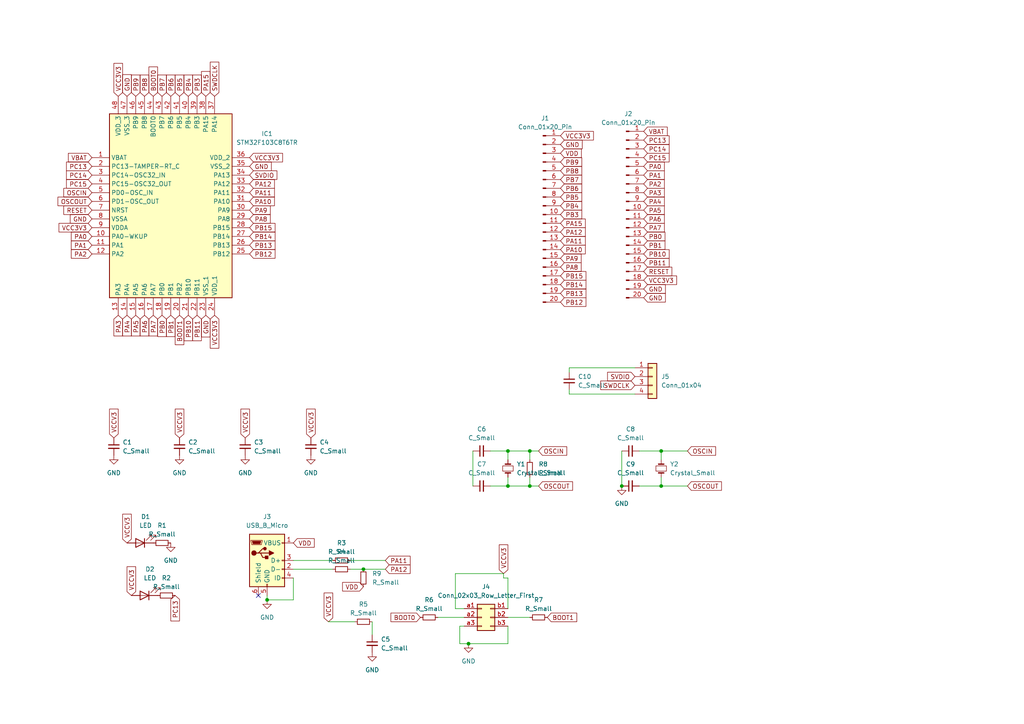
<source format=kicad_sch>
(kicad_sch (version 20230121) (generator eeschema)
  (paper "A4")
  (lib_symbols
    (symbol "Connector:Conn_01x20_Pin" (pin_names (offset 1.016) hide)
      (property "Reference" "J" (at 0 25.4 0))
      (property "Value" "Conn_01x20_Pin" (at 0 -27.94 0))
      (symbol "Conn_01x20_Pin_1_1"
        (polyline (pts (xy 1.27 -25.4) (xy 0.8636 -25.4)) (stroke (width 0.1524)))
        (polyline (pts (xy 1.27 -22.86) (xy 0.8636 -22.86)) (stroke (width 0.1524)))
        (polyline (pts (xy 1.27 -20.32) (xy 0.8636 -20.32)) (stroke (width 0.1524)))
        (polyline (pts (xy 1.27 -17.78) (xy 0.8636 -17.78)) (stroke (width 0.1524)))
        (polyline (pts (xy 1.27 -15.24) (xy 0.8636 -15.24)) (stroke (width 0.1524)))
        (polyline (pts (xy 1.27 -12.7) (xy 0.8636 -12.7)) (stroke (width 0.1524)))
        (polyline (pts (xy 1.27 -10.16) (xy 0.8636 -10.16)) (stroke (width 0.1524)))
        (polyline (pts (xy 1.27 -7.62) (xy 0.8636 -7.62)) (stroke (width 0.1524)))
        (polyline (pts (xy 1.27 -5.08) (xy 0.8636 -5.08)) (stroke (width 0.1524)))
        (polyline (pts (xy 1.27 -2.54) (xy 0.8636 -2.54)) (stroke (width 0.1524)))
        (polyline (pts (xy 1.27 0) (xy 0.8636 0)) (stroke (width 0.1524)))
        (polyline (pts (xy 1.27 2.54) (xy 0.8636 2.54)) (stroke (width 0.1524)))
        (polyline (pts (xy 1.27 5.08) (xy 0.8636 5.08)) (stroke (width 0.1524)))
        (polyline (pts (xy 1.27 7.62) (xy 0.8636 7.62)) (stroke (width 0.1524)))
        (polyline (pts (xy 1.27 10.16) (xy 0.8636 10.16)) (stroke (width 0.1524)))
        (polyline (pts (xy 1.27 12.7) (xy 0.8636 12.7)) (stroke (width 0.1524)))
        (polyline (pts (xy 1.27 15.24) (xy 0.8636 15.24)) (stroke (width 0.1524)))
        (polyline (pts (xy 1.27 17.78) (xy 0.8636 17.78)) (stroke (width 0.1524)))
        (polyline (pts (xy 1.27 20.32) (xy 0.8636 20.32)) (stroke (width 0.1524)))
        (polyline (pts (xy 1.27 22.86) (xy 0.8636 22.86)) (stroke (width 0.1524)))
        (rectangle (start 0.8636 -25.273) (end 0 -25.527) (stroke (width 0.1524)) (fill (type outline)))
        (rectangle (start 0.8636 -22.733) (end 0 -22.987) (stroke (width 0.1524)) (fill (type outline)))
        (rectangle (start 0.8636 -20.193) (end 0 -20.447) (stroke (width 0.1524)) (fill (type outline)))
        (rectangle (start 0.8636 -17.653) (end 0 -17.907) (stroke (width 0.1524)) (fill (type outline)))
        (rectangle (start 0.8636 -15.113) (end 0 -15.367) (stroke (width 0.1524)) (fill (type outline)))
        (rectangle (start 0.8636 -12.573) (end 0 -12.827) (stroke (width 0.1524)) (fill (type outline)))
        (rectangle (start 0.8636 -10.033) (end 0 -10.287) (stroke (width 0.1524)) (fill (type outline)))
        (rectangle (start 0.8636 -7.493) (end 0 -7.747) (stroke (width 0.1524)) (fill (type outline)))
        (rectangle (start 0.8636 -4.953) (end 0 -5.207) (stroke (width 0.1524)) (fill (type outline)))
        (rectangle (start 0.8636 -2.413) (end 0 -2.667) (stroke (width 0.1524)) (fill (type outline)))
        (rectangle (start 0.8636 0.127) (end 0 -0.127) (stroke (width 0.1524)) (fill (type outline)))
        (rectangle (start 0.8636 2.667) (end 0 2.413) (stroke (width 0.1524)) (fill (type outline)))
        (rectangle (start 0.8636 5.207) (end 0 4.953) (stroke (width 0.1524)) (fill (type outline)))
        (rectangle (start 0.8636 7.747) (end 0 7.493) (stroke (width 0.1524)) (fill (type outline)))
        (rectangle (start 0.8636 10.287) (end 0 10.033) (stroke (width 0.1524)) (fill (type outline)))
        (rectangle (start 0.8636 12.827) (end 0 12.573) (stroke (width 0.1524)) (fill (type outline)))
        (rectangle (start 0.8636 15.367) (end 0 15.113) (stroke (width 0.1524)) (fill (type outline)))
        (rectangle (start 0.8636 17.907) (end 0 17.653) (stroke (width 0.1524)) (fill (type outline)))
        (rectangle (start 0.8636 20.447) (end 0 20.193) (stroke (width 0.1524)) (fill (type outline)))
        (rectangle (start 0.8636 22.987) (end 0 22.733) (stroke (width 0.1524)) (fill (type outline)))
        (pin passive line (at 5.08 22.86 180) (length 3.81) (name "Pin_1") (number "1"))
        (pin passive line (at 5.08 0 180) (length 3.81) (name "Pin_10") (number "10"))
        (pin passive line (at 5.08 -2.54 180) (length 3.81) (name "Pin_11") (number "11"))
        (pin passive line (at 5.08 -5.08 180) (length 3.81) (name "Pin_12") (number "12"))
        (pin passive line (at 5.08 -7.62 180) (length 3.81) (name "Pin_13") (number "13"))
        (pin passive line (at 5.08 -10.16 180) (length 3.81) (name "Pin_14") (number "14"))
        (pin passive line (at 5.08 -12.7 180) (length 3.81) (name "Pin_15") (number "15"))
        (pin passive line (at 5.08 -15.24 180) (length 3.81) (name "Pin_16") (number "16"))
        (pin passive line (at 5.08 -17.78 180) (length 3.81) (name "Pin_17") (number "17"))
        (pin passive line (at 5.08 -20.32 180) (length 3.81) (name "Pin_18") (number "18"))
        (pin passive line (at 5.08 -22.86 180) (length 3.81) (name "Pin_19") (number "19"))
        (pin passive line (at 5.08 20.32 180) (length 3.81) (name "Pin_2") (number "2"))
        (pin passive line (at 5.08 -25.4 180) (length 3.81) (name "Pin_20") (number "20"))
        (pin passive line (at 5.08 17.78 180) (length 3.81) (name "Pin_3") (number "3"))
        (pin passive line (at 5.08 15.24 180) (length 3.81) (name "Pin_4") (number "4"))
        (pin passive line (at 5.08 12.7 180) (length 3.81) (name "Pin_5") (number "5"))
        (pin passive line (at 5.08 10.16 180) (length 3.81) (name "Pin_6") (number "6"))
        (pin passive line (at 5.08 7.62 180) (length 3.81) (name "Pin_7") (number "7"))
        (pin passive line (at 5.08 5.08 180) (length 3.81) (name "Pin_8") (number "8"))
        (pin passive line (at 5.08 2.54 180) (length 3.81) (name "Pin_9") (number "9"))
      )
    )
    (symbol "Connector:USB_B_Micro" (pin_names (offset 1.016))
      (property "Reference" "J" (at -5.08 11.43 0))
      (property "Value" "USB_B_Micro" (at -5.08 8.89 0))
      (symbol "USB_B_Micro_0_1"
        (rectangle (start -5.08 -7.62) (end 5.08 7.62) (stroke (width 0.254)) (fill (type background)))
        (circle (center -3.81 2.159) (radius 0.635) (stroke (width 0.254)) (fill (type outline)))
        (circle (center -0.635 3.429) (radius 0.381) (stroke (width 0.254)) (fill (type outline)))
        (rectangle (start -0.127 -7.62) (end 0.127 -6.858))
        (polyline (pts (xy -1.905 2.159) (xy 0.635 2.159)) (stroke (width 0.254)))
        (polyline (pts (xy -3.175 2.159) (xy -2.54 2.159) (xy -1.27 3.429) (xy -0.635 3.429)) (stroke (width 0.254)))
        (polyline (pts (xy -2.54 2.159) (xy -1.905 2.159) (xy -1.27 0.889) (xy 0 0.889)) (stroke (width 0.254)))
        (polyline (pts (xy 0.635 2.794) (xy 0.635 1.524) (xy 1.905 2.159) (xy 0.635 2.794)) (stroke (width 0.254)) (fill (type outline)))
        (polyline (pts (xy -4.318 5.588) (xy -1.778 5.588) (xy -2.032 4.826) (xy -4.064 4.826) (xy -4.318 5.588)) (fill (type outline)))
        (polyline (pts (xy -4.699 5.842) (xy -4.699 5.588) (xy -4.445 4.826) (xy -4.445 4.572) (xy -1.651 4.572) (xy -1.651 4.826) (xy -1.397 5.588) (xy -1.397 5.842) (xy -4.699 5.842)))
        (rectangle (start 0.254 1.27) (end -0.508 0.508) (stroke (width 0.254)) (fill (type outline)))
        (rectangle (start 5.08 -5.207) (end 4.318 -4.953))
        (rectangle (start 5.08 -2.667) (end 4.318 -2.413))
        (rectangle (start 5.08 -0.127) (end 4.318 0.127))
        (rectangle (start 5.08 4.953) (end 4.318 5.207))
      )
      (symbol "USB_B_Micro_1_1"
        (pin power_out line (at 7.62 5.08 180) (length 2.54) (name "VBUS") (number "1"))
        (pin bidirectional line (at 7.62 -2.54 180) (length 2.54) (name "D-") (number "2"))
        (pin bidirectional line (at 7.62 0 180) (length 2.54) (name "D+") (number "3"))
        (pin passive line (at 7.62 -5.08 180) (length 2.54) (name "ID") (number "4"))
        (pin power_out line (at 0 -10.16 90) (length 2.54) (name "GND") (number "5"))
        (pin passive line (at -2.54 -10.16 90) (length 2.54) (name "Shield") (number "6"))
      )
    )
    (symbol "Connector_Generic:Conn_01x04" (pin_names (offset 1.016) hide)
      (property "Reference" "J" (at 0 5.08 0))
      (property "Value" "Conn_01x04" (at 0 -7.62 0))
      (symbol "Conn_01x04_1_1"
        (rectangle (start -1.27 -4.953) (end 0 -5.207) (stroke (width 0.1524)))
        (rectangle (start -1.27 -2.413) (end 0 -2.667) (stroke (width 0.1524)))
        (rectangle (start -1.27 0.127) (end 0 -0.127) (stroke (width 0.1524)))
        (rectangle (start -1.27 2.667) (end 0 2.413) (stroke (width 0.1524)))
        (rectangle (start -1.27 3.81) (end 1.27 -6.35) (stroke (width 0.254)) (fill (type background)))
        (pin passive line (at -5.08 2.54 0) (length 3.81) (name "Pin_1") (number "1"))
        (pin passive line (at -5.08 0 0) (length 3.81) (name "Pin_2") (number "2"))
        (pin passive line (at -5.08 -2.54 0) (length 3.81) (name "Pin_3") (number "3"))
        (pin passive line (at -5.08 -5.08 0) (length 3.81) (name "Pin_4") (number "4"))
      )
    )
    (symbol "Connector_Generic:Conn_02x03_Row_Letter_First" (pin_names (offset 1.016) hide)
      (property "Reference" "J" (at 1.27 5.08 0))
      (property "Value" "Conn_02x03_Row_Letter_First" (at 1.27 -5.08 0))
      (symbol "Conn_02x03_Row_Letter_First_1_1"
        (rectangle (start -1.27 -2.413) (end 0 -2.667) (stroke (width 0.1524)))
        (rectangle (start -1.27 0.127) (end 0 -0.127) (stroke (width 0.1524)))
        (rectangle (start -1.27 2.667) (end 0 2.413) (stroke (width 0.1524)))
        (rectangle (start -1.27 3.81) (end 3.81 -3.81) (stroke (width 0.254)) (fill (type background)))
        (rectangle (start 3.81 -2.413) (end 2.54 -2.667) (stroke (width 0.1524)))
        (rectangle (start 3.81 0.127) (end 2.54 -0.127) (stroke (width 0.1524)))
        (rectangle (start 3.81 2.667) (end 2.54 2.413) (stroke (width 0.1524)))
        (pin passive line (at -5.08 2.54 0) (length 3.81) (name "Pin_a1") (number "a1"))
        (pin passive line (at -5.08 0 0) (length 3.81) (name "Pin_a2") (number "a2"))
        (pin passive line (at -5.08 -2.54 0) (length 3.81) (name "Pin_a3") (number "a3"))
        (pin passive line (at 7.62 2.54 180) (length 3.81) (name "Pin_b1") (number "b1"))
        (pin passive line (at 7.62 0 180) (length 3.81) (name "Pin_b2") (number "b2"))
        (pin passive line (at 7.62 -2.54 180) (length 3.81) (name "Pin_b3") (number "b3"))
      )
    )
    (symbol "Device:C_Small" (pin_numbers hide) (pin_names (offset 0.254) hide)
      (property "Reference" "C" (at 0.254 1.778 0))
      (property "Value" "C_Small" (at 0.254 -2.032 0))
      (symbol "C_Small_0_1"
        (polyline (pts (xy -1.524 -0.508) (xy 1.524 -0.508)) (stroke (width 0.3302)))
        (polyline (pts (xy -1.524 0.508) (xy 1.524 0.508)) (stroke (width 0.3048)))
      )
      (symbol "C_Small_1_1"
        (pin passive line (at 0 2.54 270) (length 2.032) (name "~") (number "1"))
        (pin passive line (at 0 -2.54 90) (length 2.032) (name "~") (number "2"))
      )
    )
    (symbol "Device:Crystal_Small" (pin_numbers hide) (pin_names (offset 1.016) hide)
      (property "Reference" "Y" (at 0 2.54 0))
      (property "Value" "Crystal_Small" (at 0 -2.54 0))
      (symbol "Crystal_Small_0_1"
        (rectangle (start -0.762 -1.524) (end 0.762 1.524))
        (polyline (pts (xy -1.27 -0.762) (xy -1.27 0.762)) (stroke (width 0.381)))
        (polyline (pts (xy 1.27 -0.762) (xy 1.27 0.762)) (stroke (width 0.381)))
      )
      (symbol "Crystal_Small_1_1"
        (pin passive line (at -2.54 0 0) (length 1.27) (name "1") (number "1"))
        (pin passive line (at 2.54 0 180) (length 1.27) (name "2") (number "2"))
      )
    )
    (symbol "Device:LED" (pin_numbers hide) (pin_names (offset 1.016) hide)
      (property "Reference" "D" (at 0 2.54 0))
      (property "Value" "LED" (at 0 -2.54 0))
      (symbol "LED_0_1"
        (polyline (pts (xy -1.27 -1.27) (xy -1.27 1.27)) (stroke (width 0.254)))
        (polyline (pts (xy -1.27 0) (xy 1.27 0)))
        (polyline (pts (xy 1.27 -1.27) (xy 1.27 1.27) (xy -1.27 0) (xy 1.27 -1.27)) (stroke (width 0.254)))
        (polyline (pts (xy -3.048 -0.762) (xy -4.572 -2.286) (xy -3.81 -2.286) (xy -4.572 -2.286) (xy -4.572 -1.524)))
        (polyline (pts (xy -1.778 -0.762) (xy -3.302 -2.286) (xy -2.54 -2.286) (xy -3.302 -2.286) (xy -3.302 -1.524)))
      )
      (symbol "LED_1_1"
        (pin passive line (at -3.81 0 0) (length 2.54) (name "K") (number "1"))
        (pin passive line (at 3.81 0 180) (length 2.54) (name "A") (number "2"))
      )
    )
    (symbol "Device:R_Small" (pin_numbers hide) (pin_names (offset 0.254) hide)
      (property "Reference" "R" (at 0.762 0.508 0))
      (property "Value" "R_Small" (at 0.762 -1.016 0))
      (symbol "R_Small_0_1"
        (rectangle (start -0.762 1.778) (end 0.762 -1.778) (stroke (width 0.2032)))
      )
      (symbol "R_Small_1_1"
        (pin passive line (at 0 2.54 270) (length 0.762) (name "~") (number "1"))
        (pin passive line (at 0 -2.54 90) (length 0.762) (name "~") (number "2"))
      )
    )
    (symbol "STM_EEG:STM32F103C8T6TR"
      (property "Reference" "IC" (at 41.91 17.78 0))
      (property "Value" "STM32F103C8T6TR" (at 41.91 15.24 0))
      (symbol "STM32F103C8T6TR_1_1"
        (rectangle (start 5.08 12.7) (end 40.64 -40.64) (stroke (width 0.254)) (fill (type background)))
        (pin passive line (at 0 0 0) (length 5.08) (name "VBAT") (number "1"))
        (pin passive line (at 0 -22.86 0) (length 5.08) (name "PA0-WKUP") (number "10"))
        (pin passive line (at 0 -25.4 0) (length 5.08) (name "PA1") (number "11"))
        (pin passive line (at 0 -27.94 0) (length 5.08) (name "PA2") (number "12"))
        (pin passive line (at 7.62 -45.72 90) (length 5.08) (name "PA3") (number "13"))
        (pin passive line (at 10.16 -45.72 90) (length 5.08) (name "PA4") (number "14"))
        (pin passive line (at 12.7 -45.72 90) (length 5.08) (name "PA5") (number "15"))
        (pin passive line (at 15.24 -45.72 90) (length 5.08) (name "PA6") (number "16"))
        (pin passive line (at 17.78 -45.72 90) (length 5.08) (name "PA7") (number "17"))
        (pin passive line (at 20.32 -45.72 90) (length 5.08) (name "PB0") (number "18"))
        (pin passive line (at 22.86 -45.72 90) (length 5.08) (name "PB1") (number "19"))
        (pin passive line (at 0 -2.54 0) (length 5.08) (name "PC13-TAMPER-RT_C") (number "2"))
        (pin passive line (at 25.4 -45.72 90) (length 5.08) (name "PB2") (number "20"))
        (pin passive line (at 27.94 -45.72 90) (length 5.08) (name "PB10") (number "21"))
        (pin passive line (at 30.48 -45.72 90) (length 5.08) (name "PB11") (number "22"))
        (pin passive line (at 33.02 -45.72 90) (length 5.08) (name "VSS_1") (number "23"))
        (pin passive line (at 35.56 -45.72 90) (length 5.08) (name "VDD_1") (number "24"))
        (pin passive line (at 45.72 -27.94 180) (length 5.08) (name "PB12") (number "25"))
        (pin passive line (at 45.72 -25.4 180) (length 5.08) (name "PB13") (number "26"))
        (pin passive line (at 45.72 -22.86 180) (length 5.08) (name "PB14") (number "27"))
        (pin passive line (at 45.72 -20.32 180) (length 5.08) (name "PB15") (number "28"))
        (pin passive line (at 45.72 -17.78 180) (length 5.08) (name "PA8") (number "29"))
        (pin passive line (at 0 -5.08 0) (length 5.08) (name "PC14-OSC32_IN") (number "3"))
        (pin passive line (at 45.72 -15.24 180) (length 5.08) (name "PA9") (number "30"))
        (pin passive line (at 45.72 -12.7 180) (length 5.08) (name "PA10") (number "31"))
        (pin passive line (at 45.72 -10.16 180) (length 5.08) (name "PA11") (number "32"))
        (pin passive line (at 45.72 -7.62 180) (length 5.08) (name "PA12") (number "33"))
        (pin passive line (at 45.72 -5.08 180) (length 5.08) (name "PA13") (number "34"))
        (pin passive line (at 45.72 -2.54 180) (length 5.08) (name "VSS_2") (number "35"))
        (pin passive line (at 45.72 0 180) (length 5.08) (name "VDD_2") (number "36"))
        (pin passive line (at 35.56 17.78 270) (length 5.08) (name "PA14") (number "37"))
        (pin passive line (at 33.02 17.78 270) (length 5.08) (name "PA15") (number "38"))
        (pin passive line (at 30.48 17.78 270) (length 5.08) (name "PB3") (number "39"))
        (pin passive line (at 0 -7.62 0) (length 5.08) (name "PC15-OSC32_OUT") (number "4"))
        (pin passive line (at 27.94 17.78 270) (length 5.08) (name "PB4") (number "40"))
        (pin passive line (at 25.4 17.78 270) (length 5.08) (name "PB5") (number "41"))
        (pin passive line (at 22.86 17.78 270) (length 5.08) (name "PB6") (number "42"))
        (pin passive line (at 20.32 17.78 270) (length 5.08) (name "PB7") (number "43"))
        (pin passive line (at 17.78 17.78 270) (length 5.08) (name "BOOT0") (number "44"))
        (pin passive line (at 15.24 17.78 270) (length 5.08) (name "PB8") (number "45"))
        (pin passive line (at 12.7 17.78 270) (length 5.08) (name "PB9") (number "46"))
        (pin passive line (at 10.16 17.78 270) (length 5.08) (name "VSS_3") (number "47"))
        (pin passive line (at 7.62 17.78 270) (length 5.08) (name "VDD_3") (number "48"))
        (pin passive line (at 0 -10.16 0) (length 5.08) (name "PD0-OSC_IN") (number "5"))
        (pin passive line (at 0 -12.7 0) (length 5.08) (name "PD1-OSC_OUT") (number "6"))
        (pin passive line (at 0 -15.24 0) (length 5.08) (name "NRST") (number "7"))
        (pin passive line (at 0 -17.78 0) (length 5.08) (name "VSSA") (number "8"))
        (pin passive line (at 0 -20.32 0) (length 5.08) (name "VDDA") (number "9"))
      )
    )
    (symbol "power:GND" (power) (pin_names (offset 0))
      (property "Value" "GND" (at 0 -3.81 0))
      (symbol "GND_0_1"
        (polyline (pts (xy 0 0) (xy 0 -1.27) (xy 1.27 -1.27) (xy 0 -2.54) (xy -1.27 -1.27) (xy 0 -1.27)))
      )
      (symbol "GND_1_1"
        (pin power_in line (at 0 0 270) (length 0) hide (name "GND") (number "1"))
      )
    )
  )
  (junction (at 147.32 140.97))
  (junction (at 135.89 186.69))
  (junction (at 105.41 165.1))
  (junction (at 191.77 130.81))
  (junction (at 77.47 173.99))
  (junction (at 153.67 140.97))
  (junction (at 191.77 140.97))
  (junction (at 180.34 140.97))
  (junction (at 153.67 130.81))
  (junction (at 147.32 130.81))
  (no_connect (at 74.93 172.72))
  (wire (pts (xy 101.6 162.56) (xy 111.76 162.56)))
  (wire (pts (xy 191.77 130.81) (xy 199.39 130.81)))
  (wire (pts (xy 191.77 130.81) (xy 191.77 133.35)))
  (wire (pts (xy 147.32 138.43) (xy 147.32 140.97)))
  (wire (pts (xy 147.32 176.53) (xy 147.32 167.64)))
  (wire (pts (xy 147.32 167.64) (xy 146.05 167.64)))
  (wire (pts (xy 127 179.07) (xy 134.62 179.07)))
  (wire (pts (xy 184.15 106.68) (xy 165.1 106.68)))
  (wire (pts (xy 142.24 130.81) (xy 147.32 130.81)))
  (wire (pts (xy 165.1 106.68) (xy 165.1 107.95)))
  (wire (pts (xy 185.42 130.81) (xy 191.77 130.81)))
  (wire (pts (xy 180.34 130.81) (xy 180.34 140.97)))
  (wire (pts (xy 135.89 186.69) (xy 147.32 186.69)))
  (wire (pts (xy 133.35 181.61) (xy 133.35 186.69)))
  (wire (pts (xy 191.77 138.43) (xy 191.77 140.97)))
  (wire (pts (xy 85.09 165.1) (xy 96.52 165.1)))
  (wire (pts (xy 153.67 130.81) (xy 153.67 133.35)))
  (wire (pts (xy 147.32 130.81) (xy 153.67 130.81)))
  (wire (pts (xy 147.32 140.97) (xy 153.67 140.97)))
  (wire (pts (xy 153.67 140.97) (xy 156.21 140.97)))
  (wire (pts (xy 133.35 186.69) (xy 135.89 186.69)))
  (wire (pts (xy 132.08 166.37) (xy 146.05 166.37)))
  (wire (pts (xy 95.25 180.34) (xy 102.87 180.34)))
  (wire (pts (xy 147.32 179.07) (xy 153.67 179.07)))
  (wire (pts (xy 85.09 173.99) (xy 77.47 173.99)))
  (wire (pts (xy 134.62 181.61) (xy 133.35 181.61)))
  (wire (pts (xy 185.42 140.97) (xy 191.77 140.97)))
  (wire (pts (xy 153.67 138.43) (xy 153.67 140.97)))
  (wire (pts (xy 191.77 140.97) (xy 199.39 140.97)))
  (wire (pts (xy 142.24 140.97) (xy 147.32 140.97)))
  (wire (pts (xy 101.6 165.1) (xy 105.41 165.1)))
  (wire (pts (xy 184.15 114.3) (xy 165.1 114.3)))
  (wire (pts (xy 77.47 173.99) (xy 77.47 172.72)))
  (wire (pts (xy 147.32 130.81) (xy 147.32 133.35)))
  (wire (pts (xy 147.32 186.69) (xy 147.32 181.61)))
  (wire (pts (xy 165.1 114.3) (xy 165.1 113.03)))
  (wire (pts (xy 137.16 130.81) (xy 137.16 140.97)))
  (wire (pts (xy 85.09 162.56) (xy 96.52 162.56)))
  (wire (pts (xy 107.95 180.34) (xy 107.95 184.15)))
  (wire (pts (xy 132.08 176.53) (xy 132.08 166.37)))
  (wire (pts (xy 134.62 176.53) (xy 132.08 176.53)))
  (wire (pts (xy 105.41 165.1) (xy 111.76 165.1)))
  (wire (pts (xy 146.05 167.64) (xy 146.05 166.37)))
  (wire (pts (xy 85.09 167.64) (xy 85.09 173.99)))
  (wire (pts (xy 153.67 130.81) (xy 156.21 130.81)))
  (global_label "VDD" (shape input) (at 105.41 170.18 180) (property "Intersheetrefs" "${INTERSHEET_REFS}" (effects hide)))
  (global_label "VCCV3" (shape input) (at 90.17 127 90) (property "Intersheetrefs" "${INTERSHEET_REFS}" (effects hide)))
  (global_label "OSCOUT" (shape input) (at 26.67 58.42 180) (property "Intersheetrefs" "${INTERSHEET_REFS}" (effects hide)))
  (global_label "VCCV3" (shape input) (at 38.1 172.72 90) (property "Intersheetrefs" "${INTERSHEET_REFS}" (effects hide)))
  (global_label "VCC3V3" (shape input) (at 72.39 45.72 0) (property "Intersheetrefs" "${INTERSHEET_REFS}" (effects hide)))
  (global_label "PA10" (shape input) (at 72.39 58.42 0) (property "Intersheetrefs" "${INTERSHEET_REFS}" (effects hide)))
  (global_label "PA12" (shape input) (at 162.56 67.31 0) (property "Intersheetrefs" "${INTERSHEET_REFS}" (effects hide)))
  (global_label "PA3" (shape input) (at 34.29 91.44 270) (property "Intersheetrefs" "${INTERSHEET_REFS}" (effects hide)))
  (global_label "PB8" (shape input) (at 162.56 49.53 0) (property "Intersheetrefs" "${INTERSHEET_REFS}" (effects hide)))
  (global_label "PA15" (shape input) (at 162.56 64.77 0) (property "Intersheetrefs" "${INTERSHEET_REFS}" (effects hide)))
  (global_label "VCC3V3" (shape input) (at 162.56 39.37 0) (property "Intersheetrefs" "${INTERSHEET_REFS}" (effects hide)))
  (global_label "PA0" (shape input) (at 26.67 68.58 180) (property "Intersheetrefs" "${INTERSHEET_REFS}" (effects hide)))
  (global_label "PA6" (shape input) (at 41.91 91.44 270) (property "Intersheetrefs" "${INTERSHEET_REFS}" (effects hide)))
  (global_label "PB7" (shape input) (at 162.56 52.07 0) (property "Intersheetrefs" "${INTERSHEET_REFS}" (effects hide)))
  (global_label "OSCIN" (shape input) (at 199.39 130.81 0) (property "Intersheetrefs" "${INTERSHEET_REFS}" (effects hide)))
  (global_label "PA12" (shape input) (at 72.39 53.34 0) (property "Intersheetrefs" "${INTERSHEET_REFS}" (effects hide)))
  (global_label "VCCV3" (shape input) (at 71.12 127 90) (property "Intersheetrefs" "${INTERSHEET_REFS}" (effects hide)))
  (global_label "PA5" (shape input) (at 186.69 60.96 0) (property "Intersheetrefs" "${INTERSHEET_REFS}" (effects hide)))
  (global_label "PC14" (shape input) (at 186.69 43.18 0) (property "Intersheetrefs" "${INTERSHEET_REFS}" (effects hide)))
  (global_label "PA10" (shape input) (at 162.56 72.39 0) (property "Intersheetrefs" "${INTERSHEET_REFS}" (effects hide)))
  (global_label "RESET" (shape input) (at 186.69 78.74 0) (property "Intersheetrefs" "${INTERSHEET_REFS}" (effects hide)))
  (global_label "VCCV3" (shape input) (at 95.25 180.34 90) (property "Intersheetrefs" "${INTERSHEET_REFS}" (effects hide)))
  (global_label "VCCV3" (shape input) (at 52.07 127 90) (property "Intersheetrefs" "${INTERSHEET_REFS}" (effects hide)))
  (global_label "PB8" (shape input) (at 41.91 27.94 90) (property "Intersheetrefs" "${INTERSHEET_REFS}" (effects hide)))
  (global_label "BOOT1" (shape input) (at 52.07 91.44 270) (property "Intersheetrefs" "${INTERSHEET_REFS}" (effects hide)))
  (global_label "PA4" (shape input) (at 186.69 58.42 0) (property "Intersheetrefs" "${INTERSHEET_REFS}" (effects hide)))
  (global_label "GND" (shape input) (at 186.69 83.82 0) (property "Intersheetrefs" "${INTERSHEET_REFS}" (effects hide)))
  (global_label "RESET" (shape input) (at 26.67 60.96 180) (property "Intersheetrefs" "${INTERSHEET_REFS}" (effects hide)))
  (global_label "PB4" (shape input) (at 162.56 59.69 0) (property "Intersheetrefs" "${INTERSHEET_REFS}" (effects hide)))
  (global_label "PB14" (shape input) (at 162.56 82.55 0) (property "Intersheetrefs" "${INTERSHEET_REFS}" (effects hide)))
  (global_label "PB7" (shape input) (at 46.99 27.94 90) (property "Intersheetrefs" "${INTERSHEET_REFS}" (effects hide)))
  (global_label "VCC3V3" (shape input) (at 34.29 27.94 90) (property "Intersheetrefs" "${INTERSHEET_REFS}" (effects hide)))
  (global_label "GND" (shape input) (at 36.83 27.94 90) (property "Intersheetrefs" "${INTERSHEET_REFS}" (effects hide)))
  (global_label "PB14" (shape input) (at 72.39 68.58 0) (property "Intersheetrefs" "${INTERSHEET_REFS}" (effects hide)))
  (global_label "GND" (shape input) (at 59.69 91.44 270) (property "Intersheetrefs" "${INTERSHEET_REFS}" (effects hide)))
  (global_label "PB12" (shape input) (at 72.39 73.66 0) (property "Intersheetrefs" "${INTERSHEET_REFS}" (effects hide)))
  (global_label "PA9" (shape input) (at 162.56 74.93 0) (property "Intersheetrefs" "${INTERSHEET_REFS}" (effects hide)))
  (global_label "PA0" (shape input) (at 186.69 48.26 0) (property "Intersheetrefs" "${INTERSHEET_REFS}" (effects hide)))
  (global_label "OSCIN" (shape input) (at 156.21 130.81 0) (property "Intersheetrefs" "${INTERSHEET_REFS}" (effects hide)))
  (global_label "SWDCLK" (shape input) (at 62.23 27.94 90) (property "Intersheetrefs" "${INTERSHEET_REFS}" (effects hide)))
  (global_label "PA5" (shape input) (at 39.37 91.44 270) (property "Intersheetrefs" "${INTERSHEET_REFS}" (effects hide)))
  (global_label "PB10" (shape input) (at 54.61 91.44 270) (property "Intersheetrefs" "${INTERSHEET_REFS}" (effects hide)))
  (global_label "PB15" (shape input) (at 72.39 66.04 0) (property "Intersheetrefs" "${INTERSHEET_REFS}" (effects hide)))
  (global_label "PA1" (shape input) (at 186.69 50.8 0) (property "Intersheetrefs" "${INTERSHEET_REFS}" (effects hide)))
  (global_label "PA2" (shape input) (at 26.67 73.66 180) (property "Intersheetrefs" "${INTERSHEET_REFS}" (effects hide)))
  (global_label "PA7" (shape input) (at 186.69 66.04 0) (property "Intersheetrefs" "${INTERSHEET_REFS}" (effects hide)))
  (global_label "PC13" (shape input) (at 26.67 48.26 180) (property "Intersheetrefs" "${INTERSHEET_REFS}" (effects hide)))
  (global_label "PA4" (shape input) (at 36.83 91.44 270) (property "Intersheetrefs" "${INTERSHEET_REFS}" (effects hide)))
  (global_label "VCC3V3" (shape input) (at 26.67 66.04 180) (property "Intersheetrefs" "${INTERSHEET_REFS}" (effects hide)))
  (global_label "PA15" (shape input) (at 59.69 27.94 90) (property "Intersheetrefs" "${INTERSHEET_REFS}" (effects hide)))
  (global_label "PB13" (shape input) (at 162.56 85.09 0) (property "Intersheetrefs" "${INTERSHEET_REFS}" (effects hide)))
  (global_label "PB0" (shape input) (at 186.69 68.58 0) (property "Intersheetrefs" "${INTERSHEET_REFS}" (effects hide)))
  (global_label "GND" (shape input) (at 72.39 48.26 0) (property "Intersheetrefs" "${INTERSHEET_REFS}" (effects hide)))
  (global_label "OSCOUT" (shape input) (at 199.39 140.97 0) (property "Intersheetrefs" "${INTERSHEET_REFS}" (effects hide)))
  (global_label "SVDIO" (shape input) (at 184.15 109.22 180) (property "Intersheetrefs" "${INTERSHEET_REFS}" (effects hide)))
  (global_label "VCCV3" (shape input) (at 146.05 166.37 90) (property "Intersheetrefs" "${INTERSHEET_REFS}" (effects hide)))
  (global_label "BOOT0" (shape input) (at 44.45 27.94 90) (property "Intersheetrefs" "${INTERSHEET_REFS}" (effects hide)))
  (global_label "SWDCLK" (shape input) (at 184.15 111.76 180) (property "Intersheetrefs" "${INTERSHEET_REFS}" (effects hide)))
  (global_label "VCC3V3" (shape input) (at 186.69 81.28 0) (property "Intersheetrefs" "${INTERSHEET_REFS}" (effects hide)))
  (global_label "PA12" (shape input) (at 111.76 165.1 0) (property "Intersheetrefs" "${INTERSHEET_REFS}" (effects hide)))
  (global_label "GND" (shape input) (at 26.67 63.5 180) (property "Intersheetrefs" "${INTERSHEET_REFS}" (effects hide)))
  (global_label "PB4" (shape input) (at 54.61 27.94 90) (property "Intersheetrefs" "${INTERSHEET_REFS}" (effects hide)))
  (global_label "PB11" (shape input) (at 186.69 76.2 0) (property "Intersheetrefs" "${INTERSHEET_REFS}" (effects hide)))
  (global_label "PB6" (shape input) (at 49.53 27.94 90) (property "Intersheetrefs" "${INTERSHEET_REFS}" (effects hide)))
  (global_label "VCCV3" (shape input) (at 36.83 157.48 90) (property "Intersheetrefs" "${INTERSHEET_REFS}" (effects hide)))
  (global_label "PB3" (shape input) (at 162.56 62.23 0) (property "Intersheetrefs" "${INTERSHEET_REFS}" (effects hide)))
  (global_label "OSCIN" (shape input) (at 26.67 55.88 180) (property "Intersheetrefs" "${INTERSHEET_REFS}" (effects hide)))
  (global_label "PA1" (shape input) (at 26.67 71.12 180) (property "Intersheetrefs" "${INTERSHEET_REFS}" (effects hide)))
  (global_label "PA11" (shape input) (at 111.76 162.56 0) (property "Intersheetrefs" "${INTERSHEET_REFS}" (effects hide)))
  (global_label "PB3" (shape input) (at 57.15 27.94 90) (property "Intersheetrefs" "${INTERSHEET_REFS}" (effects hide)))
  (global_label "PC14" (shape input) (at 26.67 50.8 180) (property "Intersheetrefs" "${INTERSHEET_REFS}" (effects hide)))
  (global_label "PC15" (shape input) (at 26.67 53.34 180) (property "Intersheetrefs" "${INTERSHEET_REFS}" (effects hide)))
  (global_label "OSCOUT" (shape input) (at 156.21 140.97 0) (property "Intersheetrefs" "${INTERSHEET_REFS}" (effects hide)))
  (global_label "PC13" (shape input) (at 50.8 172.72 270) (property "Intersheetrefs" "${INTERSHEET_REFS}" (effects hide)))
  (global_label "PA8" (shape input) (at 162.56 77.47 0) (property "Intersheetrefs" "${INTERSHEET_REFS}" (effects hide)))
  (global_label "PC15" (shape input) (at 186.69 45.72 0) (property "Intersheetrefs" "${INTERSHEET_REFS}" (effects hide)))
  (global_label "PB10" (shape input) (at 186.69 73.66 0) (property "Intersheetrefs" "${INTERSHEET_REFS}" (effects hide)))
  (global_label "PB5" (shape input) (at 52.07 27.94 90) (property "Intersheetrefs" "${INTERSHEET_REFS}" (effects hide)))
  (global_label "PB5" (shape input) (at 162.56 57.15 0) (property "Intersheetrefs" "${INTERSHEET_REFS}" (effects hide)))
  (global_label "VDD" (shape input) (at 162.56 44.45 0) (property "Intersheetrefs" "${INTERSHEET_REFS}" (effects hide)))
  (global_label "PB6" (shape input) (at 162.56 54.61 0) (property "Intersheetrefs" "${INTERSHEET_REFS}" (effects hide)))
  (global_label "VDD" (shape input) (at 85.09 157.48 0) (property "Intersheetrefs" "${INTERSHEET_REFS}" (effects hide)))
  (global_label "PB12" (shape input) (at 162.56 87.63 0) (property "Intersheetrefs" "${INTERSHEET_REFS}" (effects hide)))
  (global_label "PA11" (shape input) (at 72.39 55.88 0) (property "Intersheetrefs" "${INTERSHEET_REFS}" (effects hide)))
  (global_label "PA6" (shape input) (at 186.69 63.5 0) (property "Intersheetrefs" "${INTERSHEET_REFS}" (effects hide)))
  (global_label "PB9" (shape input) (at 162.56 46.99 0) (property "Intersheetrefs" "${INTERSHEET_REFS}" (effects hide)))
  (global_label "PA9" (shape input) (at 72.39 60.96 0) (property "Intersheetrefs" "${INTERSHEET_REFS}" (effects hide)))
  (global_label "PB9" (shape input) (at 39.37 27.94 90) (property "Intersheetrefs" "${INTERSHEET_REFS}" (effects hide)))
  (global_label "VCCV3" (shape input) (at 33.02 127 90) (property "Intersheetrefs" "${INTERSHEET_REFS}" (effects hide)))
  (global_label "PB1" (shape input) (at 186.69 71.12 0) (property "Intersheetrefs" "${INTERSHEET_REFS}" (effects hide)))
  (global_label "VBAT" (shape input) (at 26.67 45.72 180) (property "Intersheetrefs" "${INTERSHEET_REFS}" (effects hide)))
  (global_label "PC13" (shape input) (at 186.69 40.64 0) (property "Intersheetrefs" "${INTERSHEET_REFS}" (effects hide)))
  (global_label "BOOT0" (shape input) (at 121.92 179.07 180) (property "Intersheetrefs" "${INTERSHEET_REFS}" (effects hide)))
  (global_label "PB0" (shape input) (at 46.99 91.44 270) (property "Intersheetrefs" "${INTERSHEET_REFS}" (effects hide)))
  (global_label "PB1" (shape input) (at 49.53 91.44 270) (property "Intersheetrefs" "${INTERSHEET_REFS}" (effects hide)))
  (global_label "PA7" (shape input) (at 44.45 91.44 270) (property "Intersheetrefs" "${INTERSHEET_REFS}" (effects hide)))
  (global_label "PB13" (shape input) (at 72.39 71.12 0) (property "Intersheetrefs" "${INTERSHEET_REFS}" (effects hide)))
  (global_label "GND" (shape input) (at 186.69 86.36 0) (property "Intersheetrefs" "${INTERSHEET_REFS}" (effects hide)))
  (global_label "GND" (shape input) (at 162.56 41.91 0) (property "Intersheetrefs" "${INTERSHEET_REFS}" (effects hide)))
  (global_label "PA2" (shape input) (at 186.69 53.34 0) (property "Intersheetrefs" "${INTERSHEET_REFS}" (effects hide)))
  (global_label "VCC3V3" (shape input) (at 62.23 91.44 270) (property "Intersheetrefs" "${INTERSHEET_REFS}" (effects hide)))
  (global_label "PB15" (shape input) (at 162.56 80.01 0) (property "Intersheetrefs" "${INTERSHEET_REFS}" (effects hide)))
  (global_label "PA3" (shape input) (at 186.69 55.88 0) (property "Intersheetrefs" "${INTERSHEET_REFS}" (effects hide)))
  (global_label "VBAT" (shape input) (at 186.69 38.1 0) (property "Intersheetrefs" "${INTERSHEET_REFS}" (effects hide)))
  (global_label "PB11" (shape input) (at 57.15 91.44 270) (property "Intersheetrefs" "${INTERSHEET_REFS}" (effects hide)))
  (global_label "PA8" (shape input) (at 72.39 63.5 0) (property "Intersheetrefs" "${INTERSHEET_REFS}" (effects hide)))
  (global_label "SVDIO" (shape input) (at 72.39 50.8 0) (property "Intersheetrefs" "${INTERSHEET_REFS}" (effects hide)))
  (global_label "PA11" (shape input) (at 162.56 69.85 0) (property "Intersheetrefs" "${INTERSHEET_REFS}" (effects hide)))
  (global_label "BOOT1" (shape input) (at 158.75 179.07 0) (property "Intersheetrefs" "${INTERSHEET_REFS}" (effects hide)))
  (symbol (lib_id "Device:C_Small") (at 52.07 129.54 0) (unit 1)
    (property "Reference" "C2" (at 54.61 128.2763 0) (effects (justify left)))
    (property "Value" "C_Small" (at 54.61 130.8163 0) (effects (justify left)))
  )
  (symbol (lib_id "Device:C_Small") (at 139.7 140.97 90) (unit 1)
    (property "Reference" "C7" (at 139.7063 134.62 90))
    (property "Value" "C_Small" (at 139.7063 137.16 90))
  )
  (symbol (lib_id "power:GND") (at 52.07 132.08 0) (unit 1)
    (property "Reference" "#PWR02" (effects hide))
    (property "Value" "GND" (at 52.07 137.16 0))
  )
  (symbol (lib_id "Device:C_Small") (at 165.1 110.49 0) (unit 1)
    (property "Reference" "C10" (at 167.64 109.2263 0) (effects (justify left)))
    (property "Value" "C_Small" (at 167.64 111.7663 0) (effects (justify left)))
  )
  (symbol (lib_id "Device:R_Small") (at 105.41 167.64 0) (unit 1)
    (property "Reference" "R9" (at 107.95 166.37 0) (effects (justify left)))
    (property "Value" "R_Small" (at 107.95 168.91 0) (effects (justify left)))
  )
  (symbol (lib_id "Device:Crystal_Small") (at 191.77 135.89 90) (unit 1)
    (property "Reference" "Y2" (at 194.31 134.62 90) (effects (justify right)))
    (property "Value" "Crystal_Small" (at 194.31 137.16 90) (effects (justify right)))
  )
  (symbol (lib_id "Device:C_Small") (at 33.02 129.54 0) (unit 1)
    (property "Reference" "C1" (at 35.56 128.2763 0) (effects (justify left)))
    (property "Value" "C_Small" (at 35.56 130.8163 0) (effects (justify left)))
  )
  (symbol (lib_id "Connector:Conn_01x20_Pin") (at 181.61 60.96 0) (unit 1)
    (property "Reference" "J2" (at 182.245 33.02 0))
    (property "Value" "Conn_01x20_Pin" (at 182.245 35.56 0))
  )
  (symbol (lib_id "Device:R_Small") (at 156.21 179.07 90) (unit 1)
    (property "Reference" "R7" (at 156.21 173.99 90))
    (property "Value" "R_Small" (at 156.21 176.53 90))
  )
  (symbol (lib_id "power:GND") (at 33.02 132.08 0) (unit 1)
    (property "Reference" "#PWR01" (effects hide))
    (property "Value" "GND" (at 33.02 137.16 0))
  )
  (symbol (lib_id "Connector_Generic:Conn_01x04") (at 189.23 109.22 0) (unit 1)
    (property "Reference" "J5" (at 191.77 109.22 0) (effects (justify left)))
    (property "Value" "Conn_01x04" (at 191.77 111.76 0) (effects (justify left)))
  )
  (symbol (lib_id "Device:LED") (at 41.91 172.72 180) (unit 1)
    (property "Reference" "D2" (at 43.4975 165.1 0))
    (property "Value" "LED" (at 43.4975 167.64 0))
  )
  (symbol (lib_id "Device:C_Small") (at 107.95 186.69 0) (unit 1)
    (property "Reference" "C5" (at 110.49 185.4263 0) (effects (justify left)))
    (property "Value" "C_Small" (at 110.49 187.9663 0) (effects (justify left)))
  )
  (symbol (lib_id "power:GND") (at 71.12 132.08 0) (unit 1)
    (property "Reference" "#PWR03" (effects hide))
    (property "Value" "GND" (at 71.12 137.16 0))
  )
  (symbol (lib_id "power:GND") (at 49.53 157.48 0) (unit 1)
    (property "Reference" "#PWR05" (effects hide))
    (property "Value" "GND" (at 49.53 162.56 0))
  )
  (symbol (lib_id "Device:C_Small") (at 71.12 129.54 0) (unit 1)
    (property "Reference" "C3" (at 73.66 128.2763 0) (effects (justify left)))
    (property "Value" "C_Small" (at 73.66 130.8163 0) (effects (justify left)))
  )
  (symbol (lib_id "Device:R_Small") (at 99.06 165.1 90) (unit 1)
    (property "Reference" "R4" (at 99.06 160.02 90))
    (property "Value" "R_Small" (at 99.06 162.56 90))
  )
  (symbol (lib_id "Device:C_Small") (at 182.88 130.81 90) (unit 1)
    (property "Reference" "C8" (at 182.8863 124.46 90))
    (property "Value" "C_Small" (at 182.8863 127 90))
  )
  (symbol (lib_id "Connector_Generic:Conn_02x03_Row_Letter_First") (at 139.7 179.07 0) (unit 1)
    (property "Reference" "J4" (at 140.97 170.18 0))
    (property "Value" "Conn_02x03_Row_Letter_First" (at 140.97 172.72 0))
  )
  (symbol (lib_id "STM_EEG:STM32F103C8T6TR") (at 26.67 45.72 0) (unit 1)
    (property "Reference" "IC1" (at 77.47 38.7919 0))
    (property "Value" "STM32F103C8T6TR" (at 77.47 41.3319 0))
    (property "Footprint" "QFP50P900X900X160-48N" (effects hide))
    (property "Datasheet" "http://media.digikey.com/pdf/Data%20Sheets/ST%20Microelectronics%20PDFS/STM32F103x8,B.pdf" (effects hide))
    (property "Height" "1.6" (effects hide))
    (property "Mouser Part Number" "511-STM32F103C8T6TR" (effects hide))
    (property "Mouser Price/Stock" "https://www.mouser.co.uk/ProductDetail/STMicroelectronics/STM32F103C8T6TR?qs=5HwTSiuA5HDxFj62n06yag%3D%3D" (effects hide))
    (property "Manufacturer_Name" "STMicroelectronics" (effects hide))
    (property "Manufacturer_Part_Number" "STM32F103C8T6TR" (effects hide))
  )
  (symbol (lib_id "Device:R_Small") (at 48.26 172.72 90) (unit 1)
    (property "Reference" "R2" (at 48.26 167.64 90))
    (property "Value" "R_Small" (at 48.26 170.18 90))
  )
  (symbol (lib_id "Device:R_Small") (at 153.67 135.89 0) (unit 1)
    (property "Reference" "R8" (at 156.21 134.62 0) (effects (justify left)))
    (property "Value" "R_Small" (at 156.21 137.16 0) (effects (justify left)))
  )
  (symbol (lib_id "Connector:Conn_01x20_Pin") (at 157.48 62.23 0) (unit 1)
    (property "Reference" "J1" (at 158.115 34.29 0))
    (property "Value" "Conn_01x20_Pin" (at 158.115 36.83 0))
  )
  (symbol (lib_id "power:GND") (at 135.89 186.69 0) (unit 1)
    (property "Reference" "#PWR08" (effects hide))
    (property "Value" "GND" (at 135.89 191.77 0))
  )
  (symbol (lib_id "Connector:USB_B_Micro") (at 77.47 162.56 0) (unit 1)
    (property "Reference" "J3" (at 77.47 149.86 0))
    (property "Value" "USB_B_Micro" (at 77.47 152.4 0))
  )
  (symbol (lib_id "power:GND") (at 107.95 189.23 0) (unit 1)
    (property "Reference" "#PWR07" (effects hide))
    (property "Value" "GND" (at 107.95 194.31 0))
  )
  (symbol (lib_id "power:GND") (at 90.17 132.08 0) (unit 1)
    (property "Reference" "#PWR04" (effects hide))
    (property "Value" "GND" (at 90.17 137.16 0))
  )
  (symbol (lib_id "power:GND") (at 180.34 140.97 0) (unit 1)
    (property "Reference" "#PWR09" (effects hide))
    (property "Value" "GND" (at 180.34 146.05 0))
  )
  (symbol (lib_id "Device:R_Small") (at 46.99 157.48 90) (unit 1)
    (property "Reference" "R1" (at 46.99 152.4 90))
    (property "Value" "R_Small" (at 46.99 154.94 90))
  )
  (symbol (lib_id "Device:R_Small") (at 124.46 179.07 90) (unit 1)
    (property "Reference" "R6" (at 124.46 173.99 90))
    (property "Value" "R_Small" (at 124.46 176.53 90))
  )
  (symbol (lib_id "Device:C_Small") (at 139.7 130.81 90) (unit 1)
    (property "Reference" "C6" (at 139.7063 124.46 90))
    (property "Value" "C_Small" (at 139.7063 127 90))
  )
  (symbol (lib_id "Device:C_Small") (at 182.88 140.97 90) (unit 1)
    (property "Reference" "C9" (at 182.8863 134.62 90))
    (property "Value" "C_Small" (at 182.8863 137.16 90))
  )
  (symbol (lib_id "Device:R_Small") (at 99.06 162.56 90) (unit 1)
    (property "Reference" "R3" (at 99.06 157.48 90))
    (property "Value" "R_Small" (at 99.06 160.02 90))
  )
  (symbol (lib_id "Device:LED") (at 40.64 157.48 180) (unit 1)
    (property "Reference" "D1" (at 42.2275 149.86 0))
    (property "Value" "LED" (at 42.2275 152.4 0))
  )
  (symbol (lib_id "power:GND") (at 77.47 173.99 0) (unit 1)
    (property "Reference" "#PWR06" (effects hide))
    (property "Value" "GND" (at 77.47 179.07 0))
  )
  (symbol (lib_id "Device:R_Small") (at 105.41 180.34 90) (unit 1)
    (property "Reference" "R5" (at 105.41 175.26 90))
    (property "Value" "R_Small" (at 105.41 177.8 90))
  )
  (symbol (lib_id "Device:C_Small") (at 90.17 129.54 0) (unit 1)
    (property "Reference" "C4" (at 92.71 128.2763 0) (effects (justify left)))
    (property "Value" "C_Small" (at 92.71 130.8163 0) (effects (justify left)))
  )
  (symbol (lib_id "Device:Crystal_Small") (at 147.32 135.89 90) (unit 1)
    (property "Reference" "Y1" (at 149.86 134.62 90) (effects (justify right)))
    (property "Value" "Crystal_Small" (at 149.86 137.16 90) (effects (justify right)))
  )
)
</source>
